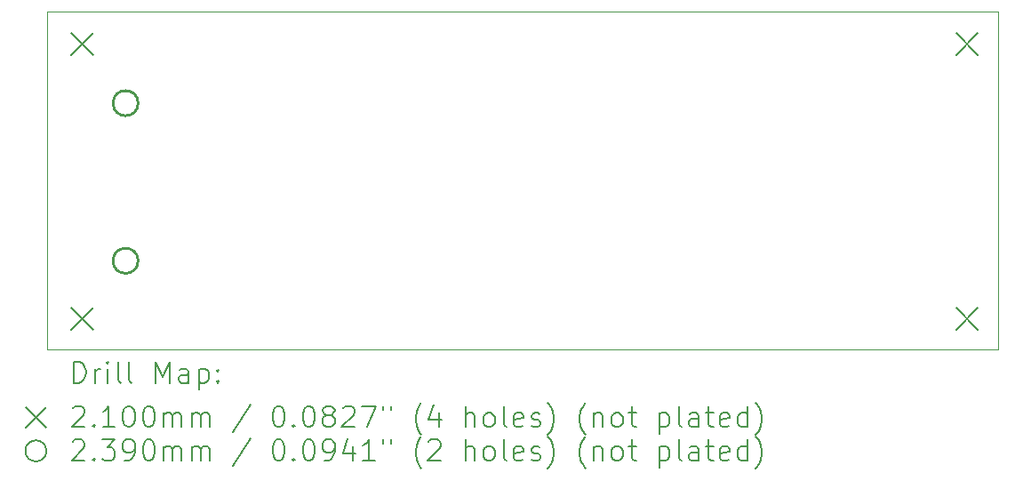
<source format=gbr>
%TF.GenerationSoftware,KiCad,Pcbnew,8.0.1*%
%TF.CreationDate,2024-05-13T00:47:21+01:00*%
%TF.ProjectId,TIMPS2Key,54494d50-5332-44b6-9579-2e6b69636164,rev?*%
%TF.SameCoordinates,Original*%
%TF.FileFunction,Drillmap*%
%TF.FilePolarity,Positive*%
%FSLAX45Y45*%
G04 Gerber Fmt 4.5, Leading zero omitted, Abs format (unit mm)*
G04 Created by KiCad (PCBNEW 8.0.1) date 2024-05-13 00:47:21*
%MOMM*%
%LPD*%
G01*
G04 APERTURE LIST*
%ADD10C,0.100000*%
%ADD11C,0.200000*%
%ADD12C,0.210000*%
%ADD13C,0.239000*%
G04 APERTURE END LIST*
D10*
X8070000Y-4675000D02*
X17129000Y-4675000D01*
X17129000Y-7893000D01*
X8070000Y-7893000D01*
X8070000Y-4675000D01*
D11*
D12*
X8298000Y-4876000D02*
X8508000Y-5086000D01*
X8508000Y-4876000D02*
X8298000Y-5086000D01*
X8298000Y-7496000D02*
X8508000Y-7706000D01*
X8508000Y-7496000D02*
X8298000Y-7706000D01*
X16730000Y-4876000D02*
X16940000Y-5086000D01*
X16940000Y-4876000D02*
X16730000Y-5086000D01*
X16730000Y-7496000D02*
X16940000Y-7706000D01*
X16940000Y-7496000D02*
X16730000Y-7706000D01*
D13*
X8938500Y-5547000D02*
G75*
G02*
X8699500Y-5547000I-119500J0D01*
G01*
X8699500Y-5547000D02*
G75*
G02*
X8938500Y-5547000I119500J0D01*
G01*
X8938500Y-7048000D02*
G75*
G02*
X8699500Y-7048000I-119500J0D01*
G01*
X8699500Y-7048000D02*
G75*
G02*
X8938500Y-7048000I119500J0D01*
G01*
D11*
X8325777Y-8209484D02*
X8325777Y-8009484D01*
X8325777Y-8009484D02*
X8373396Y-8009484D01*
X8373396Y-8009484D02*
X8401967Y-8019008D01*
X8401967Y-8019008D02*
X8421015Y-8038055D01*
X8421015Y-8038055D02*
X8430539Y-8057103D01*
X8430539Y-8057103D02*
X8440063Y-8095198D01*
X8440063Y-8095198D02*
X8440063Y-8123769D01*
X8440063Y-8123769D02*
X8430539Y-8161865D01*
X8430539Y-8161865D02*
X8421015Y-8180912D01*
X8421015Y-8180912D02*
X8401967Y-8199960D01*
X8401967Y-8199960D02*
X8373396Y-8209484D01*
X8373396Y-8209484D02*
X8325777Y-8209484D01*
X8525777Y-8209484D02*
X8525777Y-8076150D01*
X8525777Y-8114246D02*
X8535301Y-8095198D01*
X8535301Y-8095198D02*
X8544824Y-8085674D01*
X8544824Y-8085674D02*
X8563872Y-8076150D01*
X8563872Y-8076150D02*
X8582920Y-8076150D01*
X8649586Y-8209484D02*
X8649586Y-8076150D01*
X8649586Y-8009484D02*
X8640063Y-8019008D01*
X8640063Y-8019008D02*
X8649586Y-8028531D01*
X8649586Y-8028531D02*
X8659110Y-8019008D01*
X8659110Y-8019008D02*
X8649586Y-8009484D01*
X8649586Y-8009484D02*
X8649586Y-8028531D01*
X8773396Y-8209484D02*
X8754348Y-8199960D01*
X8754348Y-8199960D02*
X8744824Y-8180912D01*
X8744824Y-8180912D02*
X8744824Y-8009484D01*
X8878158Y-8209484D02*
X8859110Y-8199960D01*
X8859110Y-8199960D02*
X8849586Y-8180912D01*
X8849586Y-8180912D02*
X8849586Y-8009484D01*
X9106729Y-8209484D02*
X9106729Y-8009484D01*
X9106729Y-8009484D02*
X9173396Y-8152341D01*
X9173396Y-8152341D02*
X9240063Y-8009484D01*
X9240063Y-8009484D02*
X9240063Y-8209484D01*
X9421015Y-8209484D02*
X9421015Y-8104722D01*
X9421015Y-8104722D02*
X9411491Y-8085674D01*
X9411491Y-8085674D02*
X9392444Y-8076150D01*
X9392444Y-8076150D02*
X9354348Y-8076150D01*
X9354348Y-8076150D02*
X9335301Y-8085674D01*
X9421015Y-8199960D02*
X9401967Y-8209484D01*
X9401967Y-8209484D02*
X9354348Y-8209484D01*
X9354348Y-8209484D02*
X9335301Y-8199960D01*
X9335301Y-8199960D02*
X9325777Y-8180912D01*
X9325777Y-8180912D02*
X9325777Y-8161865D01*
X9325777Y-8161865D02*
X9335301Y-8142817D01*
X9335301Y-8142817D02*
X9354348Y-8133293D01*
X9354348Y-8133293D02*
X9401967Y-8133293D01*
X9401967Y-8133293D02*
X9421015Y-8123769D01*
X9516253Y-8076150D02*
X9516253Y-8276150D01*
X9516253Y-8085674D02*
X9535301Y-8076150D01*
X9535301Y-8076150D02*
X9573396Y-8076150D01*
X9573396Y-8076150D02*
X9592444Y-8085674D01*
X9592444Y-8085674D02*
X9601967Y-8095198D01*
X9601967Y-8095198D02*
X9611491Y-8114246D01*
X9611491Y-8114246D02*
X9611491Y-8171388D01*
X9611491Y-8171388D02*
X9601967Y-8190436D01*
X9601967Y-8190436D02*
X9592444Y-8199960D01*
X9592444Y-8199960D02*
X9573396Y-8209484D01*
X9573396Y-8209484D02*
X9535301Y-8209484D01*
X9535301Y-8209484D02*
X9516253Y-8199960D01*
X9697205Y-8190436D02*
X9706729Y-8199960D01*
X9706729Y-8199960D02*
X9697205Y-8209484D01*
X9697205Y-8209484D02*
X9687682Y-8199960D01*
X9687682Y-8199960D02*
X9697205Y-8190436D01*
X9697205Y-8190436D02*
X9697205Y-8209484D01*
X9697205Y-8085674D02*
X9706729Y-8095198D01*
X9706729Y-8095198D02*
X9697205Y-8104722D01*
X9697205Y-8104722D02*
X9687682Y-8095198D01*
X9687682Y-8095198D02*
X9697205Y-8085674D01*
X9697205Y-8085674D02*
X9697205Y-8104722D01*
X7865000Y-8438000D02*
X8065000Y-8638000D01*
X8065000Y-8438000D02*
X7865000Y-8638000D01*
X8316253Y-8448531D02*
X8325777Y-8439008D01*
X8325777Y-8439008D02*
X8344824Y-8429484D01*
X8344824Y-8429484D02*
X8392444Y-8429484D01*
X8392444Y-8429484D02*
X8411491Y-8439008D01*
X8411491Y-8439008D02*
X8421015Y-8448531D01*
X8421015Y-8448531D02*
X8430539Y-8467579D01*
X8430539Y-8467579D02*
X8430539Y-8486627D01*
X8430539Y-8486627D02*
X8421015Y-8515198D01*
X8421015Y-8515198D02*
X8306729Y-8629484D01*
X8306729Y-8629484D02*
X8430539Y-8629484D01*
X8516253Y-8610436D02*
X8525777Y-8619960D01*
X8525777Y-8619960D02*
X8516253Y-8629484D01*
X8516253Y-8629484D02*
X8506729Y-8619960D01*
X8506729Y-8619960D02*
X8516253Y-8610436D01*
X8516253Y-8610436D02*
X8516253Y-8629484D01*
X8716253Y-8629484D02*
X8601967Y-8629484D01*
X8659110Y-8629484D02*
X8659110Y-8429484D01*
X8659110Y-8429484D02*
X8640063Y-8458055D01*
X8640063Y-8458055D02*
X8621015Y-8477103D01*
X8621015Y-8477103D02*
X8601967Y-8486627D01*
X8840063Y-8429484D02*
X8859110Y-8429484D01*
X8859110Y-8429484D02*
X8878158Y-8439008D01*
X8878158Y-8439008D02*
X8887682Y-8448531D01*
X8887682Y-8448531D02*
X8897205Y-8467579D01*
X8897205Y-8467579D02*
X8906729Y-8505674D01*
X8906729Y-8505674D02*
X8906729Y-8553293D01*
X8906729Y-8553293D02*
X8897205Y-8591389D01*
X8897205Y-8591389D02*
X8887682Y-8610436D01*
X8887682Y-8610436D02*
X8878158Y-8619960D01*
X8878158Y-8619960D02*
X8859110Y-8629484D01*
X8859110Y-8629484D02*
X8840063Y-8629484D01*
X8840063Y-8629484D02*
X8821015Y-8619960D01*
X8821015Y-8619960D02*
X8811491Y-8610436D01*
X8811491Y-8610436D02*
X8801967Y-8591389D01*
X8801967Y-8591389D02*
X8792444Y-8553293D01*
X8792444Y-8553293D02*
X8792444Y-8505674D01*
X8792444Y-8505674D02*
X8801967Y-8467579D01*
X8801967Y-8467579D02*
X8811491Y-8448531D01*
X8811491Y-8448531D02*
X8821015Y-8439008D01*
X8821015Y-8439008D02*
X8840063Y-8429484D01*
X9030539Y-8429484D02*
X9049586Y-8429484D01*
X9049586Y-8429484D02*
X9068634Y-8439008D01*
X9068634Y-8439008D02*
X9078158Y-8448531D01*
X9078158Y-8448531D02*
X9087682Y-8467579D01*
X9087682Y-8467579D02*
X9097205Y-8505674D01*
X9097205Y-8505674D02*
X9097205Y-8553293D01*
X9097205Y-8553293D02*
X9087682Y-8591389D01*
X9087682Y-8591389D02*
X9078158Y-8610436D01*
X9078158Y-8610436D02*
X9068634Y-8619960D01*
X9068634Y-8619960D02*
X9049586Y-8629484D01*
X9049586Y-8629484D02*
X9030539Y-8629484D01*
X9030539Y-8629484D02*
X9011491Y-8619960D01*
X9011491Y-8619960D02*
X9001967Y-8610436D01*
X9001967Y-8610436D02*
X8992444Y-8591389D01*
X8992444Y-8591389D02*
X8982920Y-8553293D01*
X8982920Y-8553293D02*
X8982920Y-8505674D01*
X8982920Y-8505674D02*
X8992444Y-8467579D01*
X8992444Y-8467579D02*
X9001967Y-8448531D01*
X9001967Y-8448531D02*
X9011491Y-8439008D01*
X9011491Y-8439008D02*
X9030539Y-8429484D01*
X9182920Y-8629484D02*
X9182920Y-8496150D01*
X9182920Y-8515198D02*
X9192444Y-8505674D01*
X9192444Y-8505674D02*
X9211491Y-8496150D01*
X9211491Y-8496150D02*
X9240063Y-8496150D01*
X9240063Y-8496150D02*
X9259110Y-8505674D01*
X9259110Y-8505674D02*
X9268634Y-8524722D01*
X9268634Y-8524722D02*
X9268634Y-8629484D01*
X9268634Y-8524722D02*
X9278158Y-8505674D01*
X9278158Y-8505674D02*
X9297205Y-8496150D01*
X9297205Y-8496150D02*
X9325777Y-8496150D01*
X9325777Y-8496150D02*
X9344825Y-8505674D01*
X9344825Y-8505674D02*
X9354348Y-8524722D01*
X9354348Y-8524722D02*
X9354348Y-8629484D01*
X9449586Y-8629484D02*
X9449586Y-8496150D01*
X9449586Y-8515198D02*
X9459110Y-8505674D01*
X9459110Y-8505674D02*
X9478158Y-8496150D01*
X9478158Y-8496150D02*
X9506729Y-8496150D01*
X9506729Y-8496150D02*
X9525777Y-8505674D01*
X9525777Y-8505674D02*
X9535301Y-8524722D01*
X9535301Y-8524722D02*
X9535301Y-8629484D01*
X9535301Y-8524722D02*
X9544825Y-8505674D01*
X9544825Y-8505674D02*
X9563872Y-8496150D01*
X9563872Y-8496150D02*
X9592444Y-8496150D01*
X9592444Y-8496150D02*
X9611491Y-8505674D01*
X9611491Y-8505674D02*
X9621015Y-8524722D01*
X9621015Y-8524722D02*
X9621015Y-8629484D01*
X10011491Y-8419960D02*
X9840063Y-8677103D01*
X10268634Y-8429484D02*
X10287682Y-8429484D01*
X10287682Y-8429484D02*
X10306729Y-8439008D01*
X10306729Y-8439008D02*
X10316253Y-8448531D01*
X10316253Y-8448531D02*
X10325777Y-8467579D01*
X10325777Y-8467579D02*
X10335301Y-8505674D01*
X10335301Y-8505674D02*
X10335301Y-8553293D01*
X10335301Y-8553293D02*
X10325777Y-8591389D01*
X10325777Y-8591389D02*
X10316253Y-8610436D01*
X10316253Y-8610436D02*
X10306729Y-8619960D01*
X10306729Y-8619960D02*
X10287682Y-8629484D01*
X10287682Y-8629484D02*
X10268634Y-8629484D01*
X10268634Y-8629484D02*
X10249587Y-8619960D01*
X10249587Y-8619960D02*
X10240063Y-8610436D01*
X10240063Y-8610436D02*
X10230539Y-8591389D01*
X10230539Y-8591389D02*
X10221015Y-8553293D01*
X10221015Y-8553293D02*
X10221015Y-8505674D01*
X10221015Y-8505674D02*
X10230539Y-8467579D01*
X10230539Y-8467579D02*
X10240063Y-8448531D01*
X10240063Y-8448531D02*
X10249587Y-8439008D01*
X10249587Y-8439008D02*
X10268634Y-8429484D01*
X10421015Y-8610436D02*
X10430539Y-8619960D01*
X10430539Y-8619960D02*
X10421015Y-8629484D01*
X10421015Y-8629484D02*
X10411491Y-8619960D01*
X10411491Y-8619960D02*
X10421015Y-8610436D01*
X10421015Y-8610436D02*
X10421015Y-8629484D01*
X10554348Y-8429484D02*
X10573396Y-8429484D01*
X10573396Y-8429484D02*
X10592444Y-8439008D01*
X10592444Y-8439008D02*
X10601968Y-8448531D01*
X10601968Y-8448531D02*
X10611491Y-8467579D01*
X10611491Y-8467579D02*
X10621015Y-8505674D01*
X10621015Y-8505674D02*
X10621015Y-8553293D01*
X10621015Y-8553293D02*
X10611491Y-8591389D01*
X10611491Y-8591389D02*
X10601968Y-8610436D01*
X10601968Y-8610436D02*
X10592444Y-8619960D01*
X10592444Y-8619960D02*
X10573396Y-8629484D01*
X10573396Y-8629484D02*
X10554348Y-8629484D01*
X10554348Y-8629484D02*
X10535301Y-8619960D01*
X10535301Y-8619960D02*
X10525777Y-8610436D01*
X10525777Y-8610436D02*
X10516253Y-8591389D01*
X10516253Y-8591389D02*
X10506729Y-8553293D01*
X10506729Y-8553293D02*
X10506729Y-8505674D01*
X10506729Y-8505674D02*
X10516253Y-8467579D01*
X10516253Y-8467579D02*
X10525777Y-8448531D01*
X10525777Y-8448531D02*
X10535301Y-8439008D01*
X10535301Y-8439008D02*
X10554348Y-8429484D01*
X10735301Y-8515198D02*
X10716253Y-8505674D01*
X10716253Y-8505674D02*
X10706729Y-8496150D01*
X10706729Y-8496150D02*
X10697206Y-8477103D01*
X10697206Y-8477103D02*
X10697206Y-8467579D01*
X10697206Y-8467579D02*
X10706729Y-8448531D01*
X10706729Y-8448531D02*
X10716253Y-8439008D01*
X10716253Y-8439008D02*
X10735301Y-8429484D01*
X10735301Y-8429484D02*
X10773396Y-8429484D01*
X10773396Y-8429484D02*
X10792444Y-8439008D01*
X10792444Y-8439008D02*
X10801968Y-8448531D01*
X10801968Y-8448531D02*
X10811491Y-8467579D01*
X10811491Y-8467579D02*
X10811491Y-8477103D01*
X10811491Y-8477103D02*
X10801968Y-8496150D01*
X10801968Y-8496150D02*
X10792444Y-8505674D01*
X10792444Y-8505674D02*
X10773396Y-8515198D01*
X10773396Y-8515198D02*
X10735301Y-8515198D01*
X10735301Y-8515198D02*
X10716253Y-8524722D01*
X10716253Y-8524722D02*
X10706729Y-8534246D01*
X10706729Y-8534246D02*
X10697206Y-8553293D01*
X10697206Y-8553293D02*
X10697206Y-8591389D01*
X10697206Y-8591389D02*
X10706729Y-8610436D01*
X10706729Y-8610436D02*
X10716253Y-8619960D01*
X10716253Y-8619960D02*
X10735301Y-8629484D01*
X10735301Y-8629484D02*
X10773396Y-8629484D01*
X10773396Y-8629484D02*
X10792444Y-8619960D01*
X10792444Y-8619960D02*
X10801968Y-8610436D01*
X10801968Y-8610436D02*
X10811491Y-8591389D01*
X10811491Y-8591389D02*
X10811491Y-8553293D01*
X10811491Y-8553293D02*
X10801968Y-8534246D01*
X10801968Y-8534246D02*
X10792444Y-8524722D01*
X10792444Y-8524722D02*
X10773396Y-8515198D01*
X10887682Y-8448531D02*
X10897206Y-8439008D01*
X10897206Y-8439008D02*
X10916253Y-8429484D01*
X10916253Y-8429484D02*
X10963872Y-8429484D01*
X10963872Y-8429484D02*
X10982920Y-8439008D01*
X10982920Y-8439008D02*
X10992444Y-8448531D01*
X10992444Y-8448531D02*
X11001968Y-8467579D01*
X11001968Y-8467579D02*
X11001968Y-8486627D01*
X11001968Y-8486627D02*
X10992444Y-8515198D01*
X10992444Y-8515198D02*
X10878158Y-8629484D01*
X10878158Y-8629484D02*
X11001968Y-8629484D01*
X11068634Y-8429484D02*
X11201967Y-8429484D01*
X11201967Y-8429484D02*
X11116253Y-8629484D01*
X11268634Y-8429484D02*
X11268634Y-8467579D01*
X11344825Y-8429484D02*
X11344825Y-8467579D01*
X11640063Y-8705674D02*
X11630539Y-8696150D01*
X11630539Y-8696150D02*
X11611491Y-8667579D01*
X11611491Y-8667579D02*
X11601968Y-8648531D01*
X11601968Y-8648531D02*
X11592444Y-8619960D01*
X11592444Y-8619960D02*
X11582920Y-8572341D01*
X11582920Y-8572341D02*
X11582920Y-8534246D01*
X11582920Y-8534246D02*
X11592444Y-8486627D01*
X11592444Y-8486627D02*
X11601968Y-8458055D01*
X11601968Y-8458055D02*
X11611491Y-8439008D01*
X11611491Y-8439008D02*
X11630539Y-8410436D01*
X11630539Y-8410436D02*
X11640063Y-8400912D01*
X11801968Y-8496150D02*
X11801968Y-8629484D01*
X11754348Y-8419960D02*
X11706729Y-8562817D01*
X11706729Y-8562817D02*
X11830539Y-8562817D01*
X12059110Y-8629484D02*
X12059110Y-8429484D01*
X12144825Y-8629484D02*
X12144825Y-8524722D01*
X12144825Y-8524722D02*
X12135301Y-8505674D01*
X12135301Y-8505674D02*
X12116253Y-8496150D01*
X12116253Y-8496150D02*
X12087682Y-8496150D01*
X12087682Y-8496150D02*
X12068634Y-8505674D01*
X12068634Y-8505674D02*
X12059110Y-8515198D01*
X12268634Y-8629484D02*
X12249587Y-8619960D01*
X12249587Y-8619960D02*
X12240063Y-8610436D01*
X12240063Y-8610436D02*
X12230539Y-8591389D01*
X12230539Y-8591389D02*
X12230539Y-8534246D01*
X12230539Y-8534246D02*
X12240063Y-8515198D01*
X12240063Y-8515198D02*
X12249587Y-8505674D01*
X12249587Y-8505674D02*
X12268634Y-8496150D01*
X12268634Y-8496150D02*
X12297206Y-8496150D01*
X12297206Y-8496150D02*
X12316253Y-8505674D01*
X12316253Y-8505674D02*
X12325777Y-8515198D01*
X12325777Y-8515198D02*
X12335301Y-8534246D01*
X12335301Y-8534246D02*
X12335301Y-8591389D01*
X12335301Y-8591389D02*
X12325777Y-8610436D01*
X12325777Y-8610436D02*
X12316253Y-8619960D01*
X12316253Y-8619960D02*
X12297206Y-8629484D01*
X12297206Y-8629484D02*
X12268634Y-8629484D01*
X12449587Y-8629484D02*
X12430539Y-8619960D01*
X12430539Y-8619960D02*
X12421015Y-8600912D01*
X12421015Y-8600912D02*
X12421015Y-8429484D01*
X12601968Y-8619960D02*
X12582920Y-8629484D01*
X12582920Y-8629484D02*
X12544825Y-8629484D01*
X12544825Y-8629484D02*
X12525777Y-8619960D01*
X12525777Y-8619960D02*
X12516253Y-8600912D01*
X12516253Y-8600912D02*
X12516253Y-8524722D01*
X12516253Y-8524722D02*
X12525777Y-8505674D01*
X12525777Y-8505674D02*
X12544825Y-8496150D01*
X12544825Y-8496150D02*
X12582920Y-8496150D01*
X12582920Y-8496150D02*
X12601968Y-8505674D01*
X12601968Y-8505674D02*
X12611491Y-8524722D01*
X12611491Y-8524722D02*
X12611491Y-8543770D01*
X12611491Y-8543770D02*
X12516253Y-8562817D01*
X12687682Y-8619960D02*
X12706730Y-8629484D01*
X12706730Y-8629484D02*
X12744825Y-8629484D01*
X12744825Y-8629484D02*
X12763872Y-8619960D01*
X12763872Y-8619960D02*
X12773396Y-8600912D01*
X12773396Y-8600912D02*
X12773396Y-8591389D01*
X12773396Y-8591389D02*
X12763872Y-8572341D01*
X12763872Y-8572341D02*
X12744825Y-8562817D01*
X12744825Y-8562817D02*
X12716253Y-8562817D01*
X12716253Y-8562817D02*
X12697206Y-8553293D01*
X12697206Y-8553293D02*
X12687682Y-8534246D01*
X12687682Y-8534246D02*
X12687682Y-8524722D01*
X12687682Y-8524722D02*
X12697206Y-8505674D01*
X12697206Y-8505674D02*
X12716253Y-8496150D01*
X12716253Y-8496150D02*
X12744825Y-8496150D01*
X12744825Y-8496150D02*
X12763872Y-8505674D01*
X12840063Y-8705674D02*
X12849587Y-8696150D01*
X12849587Y-8696150D02*
X12868634Y-8667579D01*
X12868634Y-8667579D02*
X12878158Y-8648531D01*
X12878158Y-8648531D02*
X12887682Y-8619960D01*
X12887682Y-8619960D02*
X12897206Y-8572341D01*
X12897206Y-8572341D02*
X12897206Y-8534246D01*
X12897206Y-8534246D02*
X12887682Y-8486627D01*
X12887682Y-8486627D02*
X12878158Y-8458055D01*
X12878158Y-8458055D02*
X12868634Y-8439008D01*
X12868634Y-8439008D02*
X12849587Y-8410436D01*
X12849587Y-8410436D02*
X12840063Y-8400912D01*
X13201968Y-8705674D02*
X13192444Y-8696150D01*
X13192444Y-8696150D02*
X13173396Y-8667579D01*
X13173396Y-8667579D02*
X13163872Y-8648531D01*
X13163872Y-8648531D02*
X13154349Y-8619960D01*
X13154349Y-8619960D02*
X13144825Y-8572341D01*
X13144825Y-8572341D02*
X13144825Y-8534246D01*
X13144825Y-8534246D02*
X13154349Y-8486627D01*
X13154349Y-8486627D02*
X13163872Y-8458055D01*
X13163872Y-8458055D02*
X13173396Y-8439008D01*
X13173396Y-8439008D02*
X13192444Y-8410436D01*
X13192444Y-8410436D02*
X13201968Y-8400912D01*
X13278158Y-8496150D02*
X13278158Y-8629484D01*
X13278158Y-8515198D02*
X13287682Y-8505674D01*
X13287682Y-8505674D02*
X13306730Y-8496150D01*
X13306730Y-8496150D02*
X13335301Y-8496150D01*
X13335301Y-8496150D02*
X13354349Y-8505674D01*
X13354349Y-8505674D02*
X13363872Y-8524722D01*
X13363872Y-8524722D02*
X13363872Y-8629484D01*
X13487682Y-8629484D02*
X13468634Y-8619960D01*
X13468634Y-8619960D02*
X13459111Y-8610436D01*
X13459111Y-8610436D02*
X13449587Y-8591389D01*
X13449587Y-8591389D02*
X13449587Y-8534246D01*
X13449587Y-8534246D02*
X13459111Y-8515198D01*
X13459111Y-8515198D02*
X13468634Y-8505674D01*
X13468634Y-8505674D02*
X13487682Y-8496150D01*
X13487682Y-8496150D02*
X13516253Y-8496150D01*
X13516253Y-8496150D02*
X13535301Y-8505674D01*
X13535301Y-8505674D02*
X13544825Y-8515198D01*
X13544825Y-8515198D02*
X13554349Y-8534246D01*
X13554349Y-8534246D02*
X13554349Y-8591389D01*
X13554349Y-8591389D02*
X13544825Y-8610436D01*
X13544825Y-8610436D02*
X13535301Y-8619960D01*
X13535301Y-8619960D02*
X13516253Y-8629484D01*
X13516253Y-8629484D02*
X13487682Y-8629484D01*
X13611492Y-8496150D02*
X13687682Y-8496150D01*
X13640063Y-8429484D02*
X13640063Y-8600912D01*
X13640063Y-8600912D02*
X13649587Y-8619960D01*
X13649587Y-8619960D02*
X13668634Y-8629484D01*
X13668634Y-8629484D02*
X13687682Y-8629484D01*
X13906730Y-8496150D02*
X13906730Y-8696150D01*
X13906730Y-8505674D02*
X13925777Y-8496150D01*
X13925777Y-8496150D02*
X13963873Y-8496150D01*
X13963873Y-8496150D02*
X13982920Y-8505674D01*
X13982920Y-8505674D02*
X13992444Y-8515198D01*
X13992444Y-8515198D02*
X14001968Y-8534246D01*
X14001968Y-8534246D02*
X14001968Y-8591389D01*
X14001968Y-8591389D02*
X13992444Y-8610436D01*
X13992444Y-8610436D02*
X13982920Y-8619960D01*
X13982920Y-8619960D02*
X13963873Y-8629484D01*
X13963873Y-8629484D02*
X13925777Y-8629484D01*
X13925777Y-8629484D02*
X13906730Y-8619960D01*
X14116253Y-8629484D02*
X14097206Y-8619960D01*
X14097206Y-8619960D02*
X14087682Y-8600912D01*
X14087682Y-8600912D02*
X14087682Y-8429484D01*
X14278158Y-8629484D02*
X14278158Y-8524722D01*
X14278158Y-8524722D02*
X14268634Y-8505674D01*
X14268634Y-8505674D02*
X14249587Y-8496150D01*
X14249587Y-8496150D02*
X14211492Y-8496150D01*
X14211492Y-8496150D02*
X14192444Y-8505674D01*
X14278158Y-8619960D02*
X14259111Y-8629484D01*
X14259111Y-8629484D02*
X14211492Y-8629484D01*
X14211492Y-8629484D02*
X14192444Y-8619960D01*
X14192444Y-8619960D02*
X14182920Y-8600912D01*
X14182920Y-8600912D02*
X14182920Y-8581865D01*
X14182920Y-8581865D02*
X14192444Y-8562817D01*
X14192444Y-8562817D02*
X14211492Y-8553293D01*
X14211492Y-8553293D02*
X14259111Y-8553293D01*
X14259111Y-8553293D02*
X14278158Y-8543770D01*
X14344825Y-8496150D02*
X14421015Y-8496150D01*
X14373396Y-8429484D02*
X14373396Y-8600912D01*
X14373396Y-8600912D02*
X14382920Y-8619960D01*
X14382920Y-8619960D02*
X14401968Y-8629484D01*
X14401968Y-8629484D02*
X14421015Y-8629484D01*
X14563873Y-8619960D02*
X14544825Y-8629484D01*
X14544825Y-8629484D02*
X14506730Y-8629484D01*
X14506730Y-8629484D02*
X14487682Y-8619960D01*
X14487682Y-8619960D02*
X14478158Y-8600912D01*
X14478158Y-8600912D02*
X14478158Y-8524722D01*
X14478158Y-8524722D02*
X14487682Y-8505674D01*
X14487682Y-8505674D02*
X14506730Y-8496150D01*
X14506730Y-8496150D02*
X14544825Y-8496150D01*
X14544825Y-8496150D02*
X14563873Y-8505674D01*
X14563873Y-8505674D02*
X14573396Y-8524722D01*
X14573396Y-8524722D02*
X14573396Y-8543770D01*
X14573396Y-8543770D02*
X14478158Y-8562817D01*
X14744825Y-8629484D02*
X14744825Y-8429484D01*
X14744825Y-8619960D02*
X14725777Y-8629484D01*
X14725777Y-8629484D02*
X14687682Y-8629484D01*
X14687682Y-8629484D02*
X14668634Y-8619960D01*
X14668634Y-8619960D02*
X14659111Y-8610436D01*
X14659111Y-8610436D02*
X14649587Y-8591389D01*
X14649587Y-8591389D02*
X14649587Y-8534246D01*
X14649587Y-8534246D02*
X14659111Y-8515198D01*
X14659111Y-8515198D02*
X14668634Y-8505674D01*
X14668634Y-8505674D02*
X14687682Y-8496150D01*
X14687682Y-8496150D02*
X14725777Y-8496150D01*
X14725777Y-8496150D02*
X14744825Y-8505674D01*
X14821015Y-8705674D02*
X14830539Y-8696150D01*
X14830539Y-8696150D02*
X14849587Y-8667579D01*
X14849587Y-8667579D02*
X14859111Y-8648531D01*
X14859111Y-8648531D02*
X14868634Y-8619960D01*
X14868634Y-8619960D02*
X14878158Y-8572341D01*
X14878158Y-8572341D02*
X14878158Y-8534246D01*
X14878158Y-8534246D02*
X14868634Y-8486627D01*
X14868634Y-8486627D02*
X14859111Y-8458055D01*
X14859111Y-8458055D02*
X14849587Y-8439008D01*
X14849587Y-8439008D02*
X14830539Y-8410436D01*
X14830539Y-8410436D02*
X14821015Y-8400912D01*
X8065000Y-8858000D02*
G75*
G02*
X7865000Y-8858000I-100000J0D01*
G01*
X7865000Y-8858000D02*
G75*
G02*
X8065000Y-8858000I100000J0D01*
G01*
X8316253Y-8768531D02*
X8325777Y-8759008D01*
X8325777Y-8759008D02*
X8344824Y-8749484D01*
X8344824Y-8749484D02*
X8392444Y-8749484D01*
X8392444Y-8749484D02*
X8411491Y-8759008D01*
X8411491Y-8759008D02*
X8421015Y-8768531D01*
X8421015Y-8768531D02*
X8430539Y-8787579D01*
X8430539Y-8787579D02*
X8430539Y-8806627D01*
X8430539Y-8806627D02*
X8421015Y-8835198D01*
X8421015Y-8835198D02*
X8306729Y-8949484D01*
X8306729Y-8949484D02*
X8430539Y-8949484D01*
X8516253Y-8930436D02*
X8525777Y-8939960D01*
X8525777Y-8939960D02*
X8516253Y-8949484D01*
X8516253Y-8949484D02*
X8506729Y-8939960D01*
X8506729Y-8939960D02*
X8516253Y-8930436D01*
X8516253Y-8930436D02*
X8516253Y-8949484D01*
X8592444Y-8749484D02*
X8716253Y-8749484D01*
X8716253Y-8749484D02*
X8649586Y-8825674D01*
X8649586Y-8825674D02*
X8678158Y-8825674D01*
X8678158Y-8825674D02*
X8697205Y-8835198D01*
X8697205Y-8835198D02*
X8706729Y-8844722D01*
X8706729Y-8844722D02*
X8716253Y-8863770D01*
X8716253Y-8863770D02*
X8716253Y-8911389D01*
X8716253Y-8911389D02*
X8706729Y-8930436D01*
X8706729Y-8930436D02*
X8697205Y-8939960D01*
X8697205Y-8939960D02*
X8678158Y-8949484D01*
X8678158Y-8949484D02*
X8621015Y-8949484D01*
X8621015Y-8949484D02*
X8601967Y-8939960D01*
X8601967Y-8939960D02*
X8592444Y-8930436D01*
X8811491Y-8949484D02*
X8849586Y-8949484D01*
X8849586Y-8949484D02*
X8868634Y-8939960D01*
X8868634Y-8939960D02*
X8878158Y-8930436D01*
X8878158Y-8930436D02*
X8897205Y-8901865D01*
X8897205Y-8901865D02*
X8906729Y-8863770D01*
X8906729Y-8863770D02*
X8906729Y-8787579D01*
X8906729Y-8787579D02*
X8897205Y-8768531D01*
X8897205Y-8768531D02*
X8887682Y-8759008D01*
X8887682Y-8759008D02*
X8868634Y-8749484D01*
X8868634Y-8749484D02*
X8830539Y-8749484D01*
X8830539Y-8749484D02*
X8811491Y-8759008D01*
X8811491Y-8759008D02*
X8801967Y-8768531D01*
X8801967Y-8768531D02*
X8792444Y-8787579D01*
X8792444Y-8787579D02*
X8792444Y-8835198D01*
X8792444Y-8835198D02*
X8801967Y-8854246D01*
X8801967Y-8854246D02*
X8811491Y-8863770D01*
X8811491Y-8863770D02*
X8830539Y-8873293D01*
X8830539Y-8873293D02*
X8868634Y-8873293D01*
X8868634Y-8873293D02*
X8887682Y-8863770D01*
X8887682Y-8863770D02*
X8897205Y-8854246D01*
X8897205Y-8854246D02*
X8906729Y-8835198D01*
X9030539Y-8749484D02*
X9049586Y-8749484D01*
X9049586Y-8749484D02*
X9068634Y-8759008D01*
X9068634Y-8759008D02*
X9078158Y-8768531D01*
X9078158Y-8768531D02*
X9087682Y-8787579D01*
X9087682Y-8787579D02*
X9097205Y-8825674D01*
X9097205Y-8825674D02*
X9097205Y-8873293D01*
X9097205Y-8873293D02*
X9087682Y-8911389D01*
X9087682Y-8911389D02*
X9078158Y-8930436D01*
X9078158Y-8930436D02*
X9068634Y-8939960D01*
X9068634Y-8939960D02*
X9049586Y-8949484D01*
X9049586Y-8949484D02*
X9030539Y-8949484D01*
X9030539Y-8949484D02*
X9011491Y-8939960D01*
X9011491Y-8939960D02*
X9001967Y-8930436D01*
X9001967Y-8930436D02*
X8992444Y-8911389D01*
X8992444Y-8911389D02*
X8982920Y-8873293D01*
X8982920Y-8873293D02*
X8982920Y-8825674D01*
X8982920Y-8825674D02*
X8992444Y-8787579D01*
X8992444Y-8787579D02*
X9001967Y-8768531D01*
X9001967Y-8768531D02*
X9011491Y-8759008D01*
X9011491Y-8759008D02*
X9030539Y-8749484D01*
X9182920Y-8949484D02*
X9182920Y-8816150D01*
X9182920Y-8835198D02*
X9192444Y-8825674D01*
X9192444Y-8825674D02*
X9211491Y-8816150D01*
X9211491Y-8816150D02*
X9240063Y-8816150D01*
X9240063Y-8816150D02*
X9259110Y-8825674D01*
X9259110Y-8825674D02*
X9268634Y-8844722D01*
X9268634Y-8844722D02*
X9268634Y-8949484D01*
X9268634Y-8844722D02*
X9278158Y-8825674D01*
X9278158Y-8825674D02*
X9297205Y-8816150D01*
X9297205Y-8816150D02*
X9325777Y-8816150D01*
X9325777Y-8816150D02*
X9344825Y-8825674D01*
X9344825Y-8825674D02*
X9354348Y-8844722D01*
X9354348Y-8844722D02*
X9354348Y-8949484D01*
X9449586Y-8949484D02*
X9449586Y-8816150D01*
X9449586Y-8835198D02*
X9459110Y-8825674D01*
X9459110Y-8825674D02*
X9478158Y-8816150D01*
X9478158Y-8816150D02*
X9506729Y-8816150D01*
X9506729Y-8816150D02*
X9525777Y-8825674D01*
X9525777Y-8825674D02*
X9535301Y-8844722D01*
X9535301Y-8844722D02*
X9535301Y-8949484D01*
X9535301Y-8844722D02*
X9544825Y-8825674D01*
X9544825Y-8825674D02*
X9563872Y-8816150D01*
X9563872Y-8816150D02*
X9592444Y-8816150D01*
X9592444Y-8816150D02*
X9611491Y-8825674D01*
X9611491Y-8825674D02*
X9621015Y-8844722D01*
X9621015Y-8844722D02*
X9621015Y-8949484D01*
X10011491Y-8739960D02*
X9840063Y-8997103D01*
X10268634Y-8749484D02*
X10287682Y-8749484D01*
X10287682Y-8749484D02*
X10306729Y-8759008D01*
X10306729Y-8759008D02*
X10316253Y-8768531D01*
X10316253Y-8768531D02*
X10325777Y-8787579D01*
X10325777Y-8787579D02*
X10335301Y-8825674D01*
X10335301Y-8825674D02*
X10335301Y-8873293D01*
X10335301Y-8873293D02*
X10325777Y-8911389D01*
X10325777Y-8911389D02*
X10316253Y-8930436D01*
X10316253Y-8930436D02*
X10306729Y-8939960D01*
X10306729Y-8939960D02*
X10287682Y-8949484D01*
X10287682Y-8949484D02*
X10268634Y-8949484D01*
X10268634Y-8949484D02*
X10249587Y-8939960D01*
X10249587Y-8939960D02*
X10240063Y-8930436D01*
X10240063Y-8930436D02*
X10230539Y-8911389D01*
X10230539Y-8911389D02*
X10221015Y-8873293D01*
X10221015Y-8873293D02*
X10221015Y-8825674D01*
X10221015Y-8825674D02*
X10230539Y-8787579D01*
X10230539Y-8787579D02*
X10240063Y-8768531D01*
X10240063Y-8768531D02*
X10249587Y-8759008D01*
X10249587Y-8759008D02*
X10268634Y-8749484D01*
X10421015Y-8930436D02*
X10430539Y-8939960D01*
X10430539Y-8939960D02*
X10421015Y-8949484D01*
X10421015Y-8949484D02*
X10411491Y-8939960D01*
X10411491Y-8939960D02*
X10421015Y-8930436D01*
X10421015Y-8930436D02*
X10421015Y-8949484D01*
X10554348Y-8749484D02*
X10573396Y-8749484D01*
X10573396Y-8749484D02*
X10592444Y-8759008D01*
X10592444Y-8759008D02*
X10601968Y-8768531D01*
X10601968Y-8768531D02*
X10611491Y-8787579D01*
X10611491Y-8787579D02*
X10621015Y-8825674D01*
X10621015Y-8825674D02*
X10621015Y-8873293D01*
X10621015Y-8873293D02*
X10611491Y-8911389D01*
X10611491Y-8911389D02*
X10601968Y-8930436D01*
X10601968Y-8930436D02*
X10592444Y-8939960D01*
X10592444Y-8939960D02*
X10573396Y-8949484D01*
X10573396Y-8949484D02*
X10554348Y-8949484D01*
X10554348Y-8949484D02*
X10535301Y-8939960D01*
X10535301Y-8939960D02*
X10525777Y-8930436D01*
X10525777Y-8930436D02*
X10516253Y-8911389D01*
X10516253Y-8911389D02*
X10506729Y-8873293D01*
X10506729Y-8873293D02*
X10506729Y-8825674D01*
X10506729Y-8825674D02*
X10516253Y-8787579D01*
X10516253Y-8787579D02*
X10525777Y-8768531D01*
X10525777Y-8768531D02*
X10535301Y-8759008D01*
X10535301Y-8759008D02*
X10554348Y-8749484D01*
X10716253Y-8949484D02*
X10754348Y-8949484D01*
X10754348Y-8949484D02*
X10773396Y-8939960D01*
X10773396Y-8939960D02*
X10782920Y-8930436D01*
X10782920Y-8930436D02*
X10801968Y-8901865D01*
X10801968Y-8901865D02*
X10811491Y-8863770D01*
X10811491Y-8863770D02*
X10811491Y-8787579D01*
X10811491Y-8787579D02*
X10801968Y-8768531D01*
X10801968Y-8768531D02*
X10792444Y-8759008D01*
X10792444Y-8759008D02*
X10773396Y-8749484D01*
X10773396Y-8749484D02*
X10735301Y-8749484D01*
X10735301Y-8749484D02*
X10716253Y-8759008D01*
X10716253Y-8759008D02*
X10706729Y-8768531D01*
X10706729Y-8768531D02*
X10697206Y-8787579D01*
X10697206Y-8787579D02*
X10697206Y-8835198D01*
X10697206Y-8835198D02*
X10706729Y-8854246D01*
X10706729Y-8854246D02*
X10716253Y-8863770D01*
X10716253Y-8863770D02*
X10735301Y-8873293D01*
X10735301Y-8873293D02*
X10773396Y-8873293D01*
X10773396Y-8873293D02*
X10792444Y-8863770D01*
X10792444Y-8863770D02*
X10801968Y-8854246D01*
X10801968Y-8854246D02*
X10811491Y-8835198D01*
X10982920Y-8816150D02*
X10982920Y-8949484D01*
X10935301Y-8739960D02*
X10887682Y-8882817D01*
X10887682Y-8882817D02*
X11011491Y-8882817D01*
X11192444Y-8949484D02*
X11078158Y-8949484D01*
X11135301Y-8949484D02*
X11135301Y-8749484D01*
X11135301Y-8749484D02*
X11116253Y-8778055D01*
X11116253Y-8778055D02*
X11097206Y-8797103D01*
X11097206Y-8797103D02*
X11078158Y-8806627D01*
X11268634Y-8749484D02*
X11268634Y-8787579D01*
X11344825Y-8749484D02*
X11344825Y-8787579D01*
X11640063Y-9025674D02*
X11630539Y-9016150D01*
X11630539Y-9016150D02*
X11611491Y-8987579D01*
X11611491Y-8987579D02*
X11601968Y-8968531D01*
X11601968Y-8968531D02*
X11592444Y-8939960D01*
X11592444Y-8939960D02*
X11582920Y-8892341D01*
X11582920Y-8892341D02*
X11582920Y-8854246D01*
X11582920Y-8854246D02*
X11592444Y-8806627D01*
X11592444Y-8806627D02*
X11601968Y-8778055D01*
X11601968Y-8778055D02*
X11611491Y-8759008D01*
X11611491Y-8759008D02*
X11630539Y-8730436D01*
X11630539Y-8730436D02*
X11640063Y-8720912D01*
X11706729Y-8768531D02*
X11716253Y-8759008D01*
X11716253Y-8759008D02*
X11735301Y-8749484D01*
X11735301Y-8749484D02*
X11782920Y-8749484D01*
X11782920Y-8749484D02*
X11801968Y-8759008D01*
X11801968Y-8759008D02*
X11811491Y-8768531D01*
X11811491Y-8768531D02*
X11821015Y-8787579D01*
X11821015Y-8787579D02*
X11821015Y-8806627D01*
X11821015Y-8806627D02*
X11811491Y-8835198D01*
X11811491Y-8835198D02*
X11697206Y-8949484D01*
X11697206Y-8949484D02*
X11821015Y-8949484D01*
X12059110Y-8949484D02*
X12059110Y-8749484D01*
X12144825Y-8949484D02*
X12144825Y-8844722D01*
X12144825Y-8844722D02*
X12135301Y-8825674D01*
X12135301Y-8825674D02*
X12116253Y-8816150D01*
X12116253Y-8816150D02*
X12087682Y-8816150D01*
X12087682Y-8816150D02*
X12068634Y-8825674D01*
X12068634Y-8825674D02*
X12059110Y-8835198D01*
X12268634Y-8949484D02*
X12249587Y-8939960D01*
X12249587Y-8939960D02*
X12240063Y-8930436D01*
X12240063Y-8930436D02*
X12230539Y-8911389D01*
X12230539Y-8911389D02*
X12230539Y-8854246D01*
X12230539Y-8854246D02*
X12240063Y-8835198D01*
X12240063Y-8835198D02*
X12249587Y-8825674D01*
X12249587Y-8825674D02*
X12268634Y-8816150D01*
X12268634Y-8816150D02*
X12297206Y-8816150D01*
X12297206Y-8816150D02*
X12316253Y-8825674D01*
X12316253Y-8825674D02*
X12325777Y-8835198D01*
X12325777Y-8835198D02*
X12335301Y-8854246D01*
X12335301Y-8854246D02*
X12335301Y-8911389D01*
X12335301Y-8911389D02*
X12325777Y-8930436D01*
X12325777Y-8930436D02*
X12316253Y-8939960D01*
X12316253Y-8939960D02*
X12297206Y-8949484D01*
X12297206Y-8949484D02*
X12268634Y-8949484D01*
X12449587Y-8949484D02*
X12430539Y-8939960D01*
X12430539Y-8939960D02*
X12421015Y-8920912D01*
X12421015Y-8920912D02*
X12421015Y-8749484D01*
X12601968Y-8939960D02*
X12582920Y-8949484D01*
X12582920Y-8949484D02*
X12544825Y-8949484D01*
X12544825Y-8949484D02*
X12525777Y-8939960D01*
X12525777Y-8939960D02*
X12516253Y-8920912D01*
X12516253Y-8920912D02*
X12516253Y-8844722D01*
X12516253Y-8844722D02*
X12525777Y-8825674D01*
X12525777Y-8825674D02*
X12544825Y-8816150D01*
X12544825Y-8816150D02*
X12582920Y-8816150D01*
X12582920Y-8816150D02*
X12601968Y-8825674D01*
X12601968Y-8825674D02*
X12611491Y-8844722D01*
X12611491Y-8844722D02*
X12611491Y-8863770D01*
X12611491Y-8863770D02*
X12516253Y-8882817D01*
X12687682Y-8939960D02*
X12706730Y-8949484D01*
X12706730Y-8949484D02*
X12744825Y-8949484D01*
X12744825Y-8949484D02*
X12763872Y-8939960D01*
X12763872Y-8939960D02*
X12773396Y-8920912D01*
X12773396Y-8920912D02*
X12773396Y-8911389D01*
X12773396Y-8911389D02*
X12763872Y-8892341D01*
X12763872Y-8892341D02*
X12744825Y-8882817D01*
X12744825Y-8882817D02*
X12716253Y-8882817D01*
X12716253Y-8882817D02*
X12697206Y-8873293D01*
X12697206Y-8873293D02*
X12687682Y-8854246D01*
X12687682Y-8854246D02*
X12687682Y-8844722D01*
X12687682Y-8844722D02*
X12697206Y-8825674D01*
X12697206Y-8825674D02*
X12716253Y-8816150D01*
X12716253Y-8816150D02*
X12744825Y-8816150D01*
X12744825Y-8816150D02*
X12763872Y-8825674D01*
X12840063Y-9025674D02*
X12849587Y-9016150D01*
X12849587Y-9016150D02*
X12868634Y-8987579D01*
X12868634Y-8987579D02*
X12878158Y-8968531D01*
X12878158Y-8968531D02*
X12887682Y-8939960D01*
X12887682Y-8939960D02*
X12897206Y-8892341D01*
X12897206Y-8892341D02*
X12897206Y-8854246D01*
X12897206Y-8854246D02*
X12887682Y-8806627D01*
X12887682Y-8806627D02*
X12878158Y-8778055D01*
X12878158Y-8778055D02*
X12868634Y-8759008D01*
X12868634Y-8759008D02*
X12849587Y-8730436D01*
X12849587Y-8730436D02*
X12840063Y-8720912D01*
X13201968Y-9025674D02*
X13192444Y-9016150D01*
X13192444Y-9016150D02*
X13173396Y-8987579D01*
X13173396Y-8987579D02*
X13163872Y-8968531D01*
X13163872Y-8968531D02*
X13154349Y-8939960D01*
X13154349Y-8939960D02*
X13144825Y-8892341D01*
X13144825Y-8892341D02*
X13144825Y-8854246D01*
X13144825Y-8854246D02*
X13154349Y-8806627D01*
X13154349Y-8806627D02*
X13163872Y-8778055D01*
X13163872Y-8778055D02*
X13173396Y-8759008D01*
X13173396Y-8759008D02*
X13192444Y-8730436D01*
X13192444Y-8730436D02*
X13201968Y-8720912D01*
X13278158Y-8816150D02*
X13278158Y-8949484D01*
X13278158Y-8835198D02*
X13287682Y-8825674D01*
X13287682Y-8825674D02*
X13306730Y-8816150D01*
X13306730Y-8816150D02*
X13335301Y-8816150D01*
X13335301Y-8816150D02*
X13354349Y-8825674D01*
X13354349Y-8825674D02*
X13363872Y-8844722D01*
X13363872Y-8844722D02*
X13363872Y-8949484D01*
X13487682Y-8949484D02*
X13468634Y-8939960D01*
X13468634Y-8939960D02*
X13459111Y-8930436D01*
X13459111Y-8930436D02*
X13449587Y-8911389D01*
X13449587Y-8911389D02*
X13449587Y-8854246D01*
X13449587Y-8854246D02*
X13459111Y-8835198D01*
X13459111Y-8835198D02*
X13468634Y-8825674D01*
X13468634Y-8825674D02*
X13487682Y-8816150D01*
X13487682Y-8816150D02*
X13516253Y-8816150D01*
X13516253Y-8816150D02*
X13535301Y-8825674D01*
X13535301Y-8825674D02*
X13544825Y-8835198D01*
X13544825Y-8835198D02*
X13554349Y-8854246D01*
X13554349Y-8854246D02*
X13554349Y-8911389D01*
X13554349Y-8911389D02*
X13544825Y-8930436D01*
X13544825Y-8930436D02*
X13535301Y-8939960D01*
X13535301Y-8939960D02*
X13516253Y-8949484D01*
X13516253Y-8949484D02*
X13487682Y-8949484D01*
X13611492Y-8816150D02*
X13687682Y-8816150D01*
X13640063Y-8749484D02*
X13640063Y-8920912D01*
X13640063Y-8920912D02*
X13649587Y-8939960D01*
X13649587Y-8939960D02*
X13668634Y-8949484D01*
X13668634Y-8949484D02*
X13687682Y-8949484D01*
X13906730Y-8816150D02*
X13906730Y-9016150D01*
X13906730Y-8825674D02*
X13925777Y-8816150D01*
X13925777Y-8816150D02*
X13963873Y-8816150D01*
X13963873Y-8816150D02*
X13982920Y-8825674D01*
X13982920Y-8825674D02*
X13992444Y-8835198D01*
X13992444Y-8835198D02*
X14001968Y-8854246D01*
X14001968Y-8854246D02*
X14001968Y-8911389D01*
X14001968Y-8911389D02*
X13992444Y-8930436D01*
X13992444Y-8930436D02*
X13982920Y-8939960D01*
X13982920Y-8939960D02*
X13963873Y-8949484D01*
X13963873Y-8949484D02*
X13925777Y-8949484D01*
X13925777Y-8949484D02*
X13906730Y-8939960D01*
X14116253Y-8949484D02*
X14097206Y-8939960D01*
X14097206Y-8939960D02*
X14087682Y-8920912D01*
X14087682Y-8920912D02*
X14087682Y-8749484D01*
X14278158Y-8949484D02*
X14278158Y-8844722D01*
X14278158Y-8844722D02*
X14268634Y-8825674D01*
X14268634Y-8825674D02*
X14249587Y-8816150D01*
X14249587Y-8816150D02*
X14211492Y-8816150D01*
X14211492Y-8816150D02*
X14192444Y-8825674D01*
X14278158Y-8939960D02*
X14259111Y-8949484D01*
X14259111Y-8949484D02*
X14211492Y-8949484D01*
X14211492Y-8949484D02*
X14192444Y-8939960D01*
X14192444Y-8939960D02*
X14182920Y-8920912D01*
X14182920Y-8920912D02*
X14182920Y-8901865D01*
X14182920Y-8901865D02*
X14192444Y-8882817D01*
X14192444Y-8882817D02*
X14211492Y-8873293D01*
X14211492Y-8873293D02*
X14259111Y-8873293D01*
X14259111Y-8873293D02*
X14278158Y-8863770D01*
X14344825Y-8816150D02*
X14421015Y-8816150D01*
X14373396Y-8749484D02*
X14373396Y-8920912D01*
X14373396Y-8920912D02*
X14382920Y-8939960D01*
X14382920Y-8939960D02*
X14401968Y-8949484D01*
X14401968Y-8949484D02*
X14421015Y-8949484D01*
X14563873Y-8939960D02*
X14544825Y-8949484D01*
X14544825Y-8949484D02*
X14506730Y-8949484D01*
X14506730Y-8949484D02*
X14487682Y-8939960D01*
X14487682Y-8939960D02*
X14478158Y-8920912D01*
X14478158Y-8920912D02*
X14478158Y-8844722D01*
X14478158Y-8844722D02*
X14487682Y-8825674D01*
X14487682Y-8825674D02*
X14506730Y-8816150D01*
X14506730Y-8816150D02*
X14544825Y-8816150D01*
X14544825Y-8816150D02*
X14563873Y-8825674D01*
X14563873Y-8825674D02*
X14573396Y-8844722D01*
X14573396Y-8844722D02*
X14573396Y-8863770D01*
X14573396Y-8863770D02*
X14478158Y-8882817D01*
X14744825Y-8949484D02*
X14744825Y-8749484D01*
X14744825Y-8939960D02*
X14725777Y-8949484D01*
X14725777Y-8949484D02*
X14687682Y-8949484D01*
X14687682Y-8949484D02*
X14668634Y-8939960D01*
X14668634Y-8939960D02*
X14659111Y-8930436D01*
X14659111Y-8930436D02*
X14649587Y-8911389D01*
X14649587Y-8911389D02*
X14649587Y-8854246D01*
X14649587Y-8854246D02*
X14659111Y-8835198D01*
X14659111Y-8835198D02*
X14668634Y-8825674D01*
X14668634Y-8825674D02*
X14687682Y-8816150D01*
X14687682Y-8816150D02*
X14725777Y-8816150D01*
X14725777Y-8816150D02*
X14744825Y-8825674D01*
X14821015Y-9025674D02*
X14830539Y-9016150D01*
X14830539Y-9016150D02*
X14849587Y-8987579D01*
X14849587Y-8987579D02*
X14859111Y-8968531D01*
X14859111Y-8968531D02*
X14868634Y-8939960D01*
X14868634Y-8939960D02*
X14878158Y-8892341D01*
X14878158Y-8892341D02*
X14878158Y-8854246D01*
X14878158Y-8854246D02*
X14868634Y-8806627D01*
X14868634Y-8806627D02*
X14859111Y-8778055D01*
X14859111Y-8778055D02*
X14849587Y-8759008D01*
X14849587Y-8759008D02*
X14830539Y-8730436D01*
X14830539Y-8730436D02*
X14821015Y-8720912D01*
M02*

</source>
